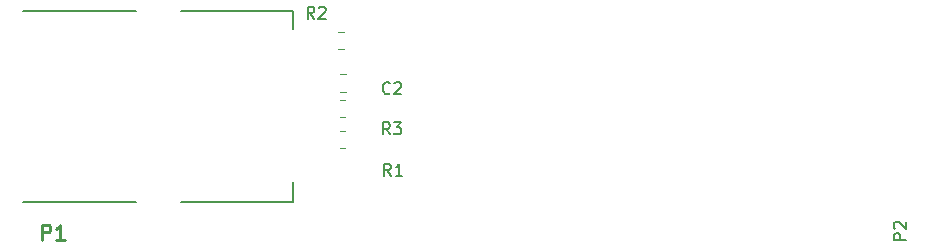
<source format=gbr>
%TF.GenerationSoftware,KiCad,Pcbnew,8.0.4*%
%TF.CreationDate,2024-09-19T00:07:34+03:00*%
%TF.ProjectId,dsoxlan,64736f78-6c61-46e2-9e6b-696361645f70,rev?*%
%TF.SameCoordinates,Original*%
%TF.FileFunction,Legend,Top*%
%TF.FilePolarity,Positive*%
%FSLAX46Y46*%
G04 Gerber Fmt 4.6, Leading zero omitted, Abs format (unit mm)*
G04 Created by KiCad (PCBNEW 8.0.4) date 2024-09-19 00:07:34*
%MOMM*%
%LPD*%
G01*
G04 APERTURE LIST*
%ADD10C,0.150000*%
%ADD11C,0.254000*%
%ADD12C,0.120000*%
%ADD13C,0.203200*%
G04 APERTURE END LIST*
D10*
X143733333Y-87259580D02*
X143685714Y-87307200D01*
X143685714Y-87307200D02*
X143542857Y-87354819D01*
X143542857Y-87354819D02*
X143447619Y-87354819D01*
X143447619Y-87354819D02*
X143304762Y-87307200D01*
X143304762Y-87307200D02*
X143209524Y-87211961D01*
X143209524Y-87211961D02*
X143161905Y-87116723D01*
X143161905Y-87116723D02*
X143114286Y-86926247D01*
X143114286Y-86926247D02*
X143114286Y-86783390D01*
X143114286Y-86783390D02*
X143161905Y-86592914D01*
X143161905Y-86592914D02*
X143209524Y-86497676D01*
X143209524Y-86497676D02*
X143304762Y-86402438D01*
X143304762Y-86402438D02*
X143447619Y-86354819D01*
X143447619Y-86354819D02*
X143542857Y-86354819D01*
X143542857Y-86354819D02*
X143685714Y-86402438D01*
X143685714Y-86402438D02*
X143733333Y-86450057D01*
X144114286Y-86450057D02*
X144161905Y-86402438D01*
X144161905Y-86402438D02*
X144257143Y-86354819D01*
X144257143Y-86354819D02*
X144495238Y-86354819D01*
X144495238Y-86354819D02*
X144590476Y-86402438D01*
X144590476Y-86402438D02*
X144638095Y-86450057D01*
X144638095Y-86450057D02*
X144685714Y-86545295D01*
X144685714Y-86545295D02*
X144685714Y-86640533D01*
X144685714Y-86640533D02*
X144638095Y-86783390D01*
X144638095Y-86783390D02*
X144066667Y-87354819D01*
X144066667Y-87354819D02*
X144685714Y-87354819D01*
X187408819Y-99688094D02*
X186408819Y-99688094D01*
X186408819Y-99688094D02*
X186408819Y-99307142D01*
X186408819Y-99307142D02*
X186456438Y-99211904D01*
X186456438Y-99211904D02*
X186504057Y-99164285D01*
X186504057Y-99164285D02*
X186599295Y-99116666D01*
X186599295Y-99116666D02*
X186742152Y-99116666D01*
X186742152Y-99116666D02*
X186837390Y-99164285D01*
X186837390Y-99164285D02*
X186885009Y-99211904D01*
X186885009Y-99211904D02*
X186932628Y-99307142D01*
X186932628Y-99307142D02*
X186932628Y-99688094D01*
X186504057Y-98735713D02*
X186456438Y-98688094D01*
X186456438Y-98688094D02*
X186408819Y-98592856D01*
X186408819Y-98592856D02*
X186408819Y-98354761D01*
X186408819Y-98354761D02*
X186456438Y-98259523D01*
X186456438Y-98259523D02*
X186504057Y-98211904D01*
X186504057Y-98211904D02*
X186599295Y-98164285D01*
X186599295Y-98164285D02*
X186694533Y-98164285D01*
X186694533Y-98164285D02*
X186837390Y-98211904D01*
X186837390Y-98211904D02*
X187408819Y-98783332D01*
X187408819Y-98783332D02*
X187408819Y-98164285D01*
X143833333Y-94254819D02*
X143500000Y-93778628D01*
X143261905Y-94254819D02*
X143261905Y-93254819D01*
X143261905Y-93254819D02*
X143642857Y-93254819D01*
X143642857Y-93254819D02*
X143738095Y-93302438D01*
X143738095Y-93302438D02*
X143785714Y-93350057D01*
X143785714Y-93350057D02*
X143833333Y-93445295D01*
X143833333Y-93445295D02*
X143833333Y-93588152D01*
X143833333Y-93588152D02*
X143785714Y-93683390D01*
X143785714Y-93683390D02*
X143738095Y-93731009D01*
X143738095Y-93731009D02*
X143642857Y-93778628D01*
X143642857Y-93778628D02*
X143261905Y-93778628D01*
X144785714Y-94254819D02*
X144214286Y-94254819D01*
X144500000Y-94254819D02*
X144500000Y-93254819D01*
X144500000Y-93254819D02*
X144404762Y-93397676D01*
X144404762Y-93397676D02*
X144309524Y-93492914D01*
X144309524Y-93492914D02*
X144214286Y-93540533D01*
X137333333Y-80954819D02*
X137000000Y-80478628D01*
X136761905Y-80954819D02*
X136761905Y-79954819D01*
X136761905Y-79954819D02*
X137142857Y-79954819D01*
X137142857Y-79954819D02*
X137238095Y-80002438D01*
X137238095Y-80002438D02*
X137285714Y-80050057D01*
X137285714Y-80050057D02*
X137333333Y-80145295D01*
X137333333Y-80145295D02*
X137333333Y-80288152D01*
X137333333Y-80288152D02*
X137285714Y-80383390D01*
X137285714Y-80383390D02*
X137238095Y-80431009D01*
X137238095Y-80431009D02*
X137142857Y-80478628D01*
X137142857Y-80478628D02*
X136761905Y-80478628D01*
X137714286Y-80050057D02*
X137761905Y-80002438D01*
X137761905Y-80002438D02*
X137857143Y-79954819D01*
X137857143Y-79954819D02*
X138095238Y-79954819D01*
X138095238Y-79954819D02*
X138190476Y-80002438D01*
X138190476Y-80002438D02*
X138238095Y-80050057D01*
X138238095Y-80050057D02*
X138285714Y-80145295D01*
X138285714Y-80145295D02*
X138285714Y-80240533D01*
X138285714Y-80240533D02*
X138238095Y-80383390D01*
X138238095Y-80383390D02*
X137666667Y-80954819D01*
X137666667Y-80954819D02*
X138285714Y-80954819D01*
X143733333Y-90754819D02*
X143400000Y-90278628D01*
X143161905Y-90754819D02*
X143161905Y-89754819D01*
X143161905Y-89754819D02*
X143542857Y-89754819D01*
X143542857Y-89754819D02*
X143638095Y-89802438D01*
X143638095Y-89802438D02*
X143685714Y-89850057D01*
X143685714Y-89850057D02*
X143733333Y-89945295D01*
X143733333Y-89945295D02*
X143733333Y-90088152D01*
X143733333Y-90088152D02*
X143685714Y-90183390D01*
X143685714Y-90183390D02*
X143638095Y-90231009D01*
X143638095Y-90231009D02*
X143542857Y-90278628D01*
X143542857Y-90278628D02*
X143161905Y-90278628D01*
X144066667Y-89754819D02*
X144685714Y-89754819D01*
X144685714Y-89754819D02*
X144352381Y-90135771D01*
X144352381Y-90135771D02*
X144495238Y-90135771D01*
X144495238Y-90135771D02*
X144590476Y-90183390D01*
X144590476Y-90183390D02*
X144638095Y-90231009D01*
X144638095Y-90231009D02*
X144685714Y-90326247D01*
X144685714Y-90326247D02*
X144685714Y-90564342D01*
X144685714Y-90564342D02*
X144638095Y-90659580D01*
X144638095Y-90659580D02*
X144590476Y-90707200D01*
X144590476Y-90707200D02*
X144495238Y-90754819D01*
X144495238Y-90754819D02*
X144209524Y-90754819D01*
X144209524Y-90754819D02*
X144114286Y-90707200D01*
X144114286Y-90707200D02*
X144066667Y-90659580D01*
D11*
X114262618Y-99674318D02*
X114262618Y-98404318D01*
X114262618Y-98404318D02*
X114746428Y-98404318D01*
X114746428Y-98404318D02*
X114867380Y-98464794D01*
X114867380Y-98464794D02*
X114927857Y-98525270D01*
X114927857Y-98525270D02*
X114988333Y-98646222D01*
X114988333Y-98646222D02*
X114988333Y-98827651D01*
X114988333Y-98827651D02*
X114927857Y-98948603D01*
X114927857Y-98948603D02*
X114867380Y-99009080D01*
X114867380Y-99009080D02*
X114746428Y-99069556D01*
X114746428Y-99069556D02*
X114262618Y-99069556D01*
X116197857Y-99674318D02*
X115472142Y-99674318D01*
X115834999Y-99674318D02*
X115834999Y-98404318D01*
X115834999Y-98404318D02*
X115714047Y-98585746D01*
X115714047Y-98585746D02*
X115593095Y-98706699D01*
X115593095Y-98706699D02*
X115472142Y-98767175D01*
D12*
%TO.C,C2*%
X139998752Y-85665000D02*
X139476248Y-85665000D01*
X139998752Y-87135000D02*
X139476248Y-87135000D01*
%TO.C,R1*%
X139927064Y-90465000D02*
X139472936Y-90465000D01*
X139927064Y-91935000D02*
X139472936Y-91935000D01*
%TO.C,R2*%
X139827064Y-82065000D02*
X139372936Y-82065000D01*
X139827064Y-83535000D02*
X139372936Y-83535000D01*
%TO.C,R3*%
X139964564Y-87855000D02*
X139510436Y-87855000D01*
X139964564Y-89325000D02*
X139510436Y-89325000D01*
D13*
%TO.C,P1*%
X112700000Y-80285000D02*
X122280000Y-80285000D01*
X122280000Y-96485000D02*
X112700000Y-96485000D01*
X126090000Y-80285000D02*
X135510000Y-80285000D01*
X135510000Y-80285000D02*
X135510000Y-81830000D01*
X135510000Y-94830000D02*
X135510000Y-96485000D01*
X135510000Y-96485000D02*
X126090000Y-96485000D01*
%TD*%
M02*

</source>
